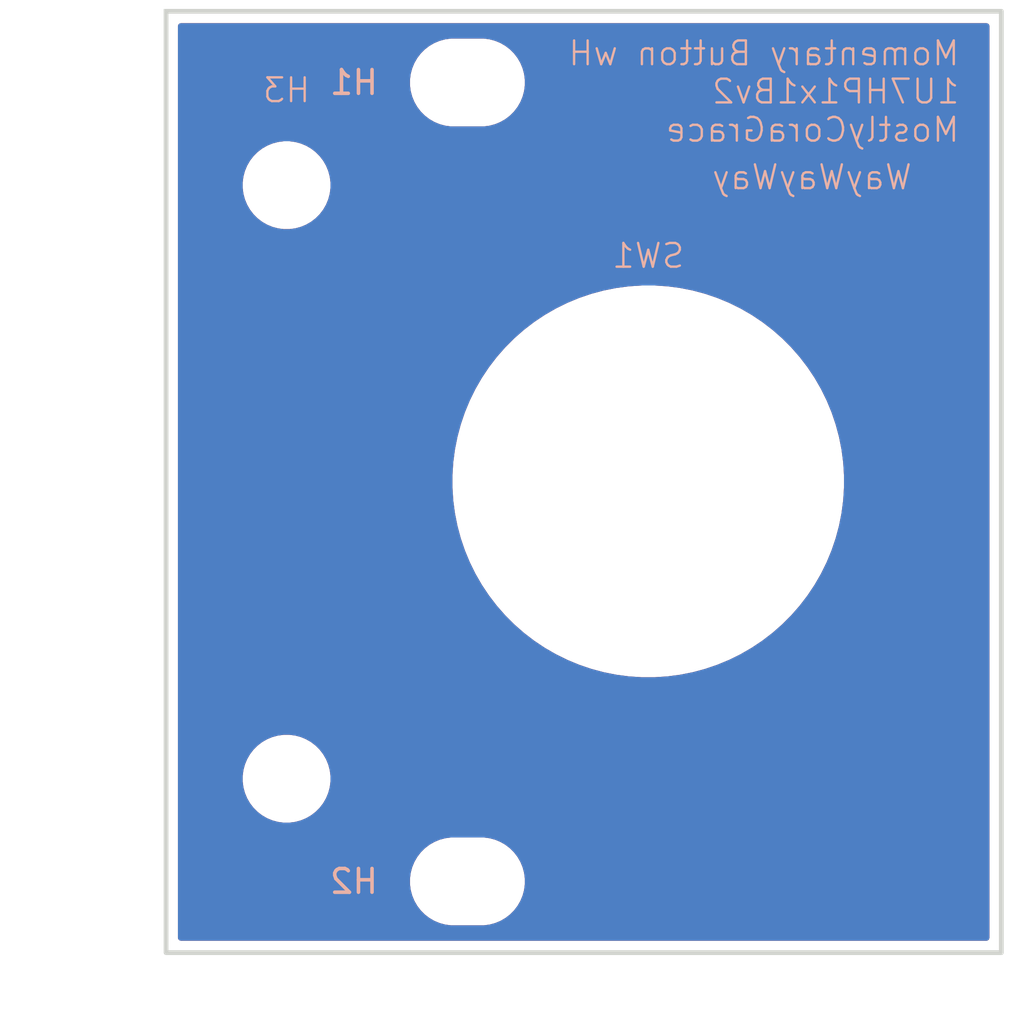
<source format=kicad_pcb>
(kicad_pcb (version 20241229) (generator "pcbnew") (generator_version "9.0")
  (layers (0 "F.Cu" signal) (2 "B.Cu" signal) (13 "F.Paste" user) (15 "B.Paste" user) (5 "F.SilkS" user "F.Silkscreen") (7 "B.SilkS" user "B.Silkscreen") (1 "F.Mask" user) (3 "B.Mask" user) (25 "Edge.Cuts" user))
  (net 0 "")
  (footprint "EXC:Handle_1UM3P25_A" (layer "F.Cu") (at 5.08 9.75)
    (property "Reference" "H3" (at 0 -4 0) (layer "B.SilkS") (effects (font (thickness 0.1)) (justify mirror)))
    (property "Value" "Handle_1UM3P25_PanelMount_A")
    (pad "" np_thru_hole circle (at 0 0) (size 3.2 3.2) (drill 3.2) (layers "*.Cu" "*.Mask"))
    (pad "" np_thru_hole circle (at 0 25) (size 3.2 3.2) (drill 3.2) (layers "*.Cu" "*.Mask"))
  )
  (footprint "EXC:MountingHole_3.2mm_M3" (layer "F.Cu") (at 12.7 5.425)
    (property "Reference" "H1" (at -3.683 0 0) (layer "B.SilkS") (effects (justify left mirror)))
    (property "Value" "Eurorack_M3_MountingHole")
    (pad "" np_thru_hole oval (at 0 0) (size 4.34 3.2) (drill oval 4.34 3.2) (layers "*.Cu" "*.Mask"))
  )
  (footprint "EXC:MountingHole_3.2mm_M3" (layer "F.Cu") (at 12.7 39.075)
    (property "Reference" "H2" (at -3.683 0 0) (layer "B.SilkS") (effects (justify left mirror)))
    (property "Value" "Eurorack_M3_MountingHole")
    (pad "" np_thru_hole oval (at 0 0) (size 4.34 3.2) (drill oval 4.34 3.2) (layers "*.Cu" "*.Mask"))
  )
  (footprint "EXC:SW_SPST_M16_Panel_Mount_Push-Button" (layer "F.Cu") (at 20.32 22.225)
    (property "Reference" "SW1" (at 0 -9.5 0) (layer "B.SilkS") (effects (font (thickness 0.1)) (justify mirror)))
    (property "Value" "SW_SPST_M16_Panel_Mount_Push-Button")
    (pad "" np_thru_hole circle (at 0 0) (size 16 16) (drill 16) (layers "*.Cu" "*.Mask"))
  )
  (gr_rect (start 0 2.425) (end 35.2 42.075) (stroke (width 0.2)) (fill no) (layer "Edge.Cuts"))
  (gr_text "WayWayWay" (at 31.5 10 0) (layer "B.SilkS") (effects (font (size 1 1) (thickness 0.1)) (justify left bottom mirror)))
  (gr_text "Momentary Button wH\n1U7HP1x1Bv2\nMostlyCoraGrace" (at 33.5 8 0) (layer "B.SilkS") (effects (font (size 1 1) (thickness 0.1)) (justify left bottom mirror)))
  (zone (net 0) (net_name "") (layers "F.Cu" "B.Cu") (connect_pads (clearance 0.5)) (min_thickness 0.25) (fill yes (thermal_gap 0.5) (thermal_bridge_width 0.5) (island_removal_mode 1) (island_area_min 10))
    (polygon (pts (xy 0 2.425) (xy 35.2 2.425) (xy 35.2 42.075) (xy 0 42.075)))
  )
)
</source>
